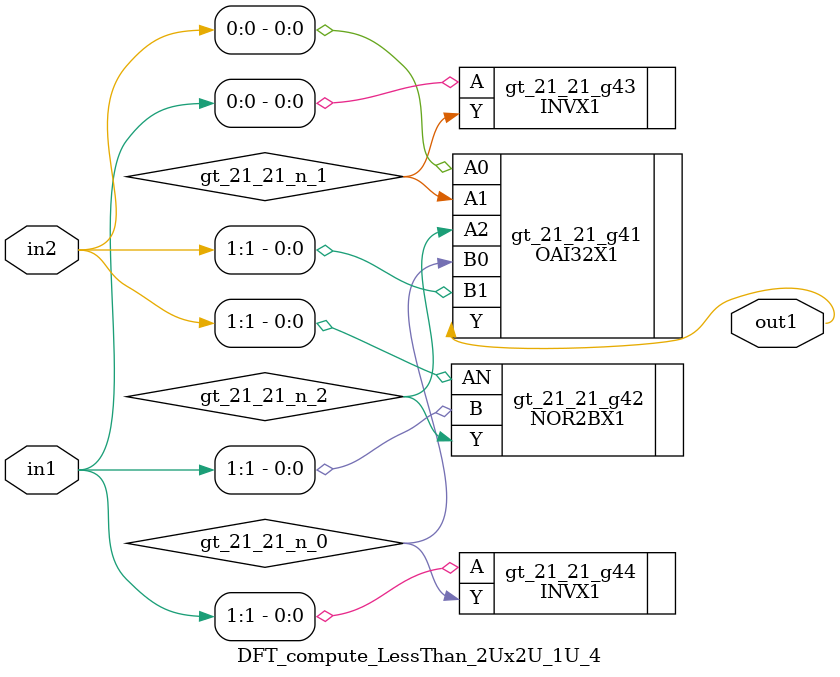
<source format=v>
`timescale 1ps / 1ps


module DFT_compute_LessThan_2Ux2U_1U_4(in2, in1, out1);
  input [1:0] in2, in1;
  output out1;
  wire [1:0] in2, in1;
  wire out1;
  wire gt_21_21_n_0, gt_21_21_n_1, gt_21_21_n_2;
  OAI32X1 gt_21_21_g41(.A0 (in2[0]), .A1 (gt_21_21_n_1), .A2
       (gt_21_21_n_2), .B0 (gt_21_21_n_0), .B1 (in2[1]), .Y (out1));
  NOR2BX1 gt_21_21_g42(.AN (in2[1]), .B (in1[1]), .Y (gt_21_21_n_2));
  INVX1 gt_21_21_g43(.A (in1[0]), .Y (gt_21_21_n_1));
  INVX1 gt_21_21_g44(.A (in1[1]), .Y (gt_21_21_n_0));
endmodule



</source>
